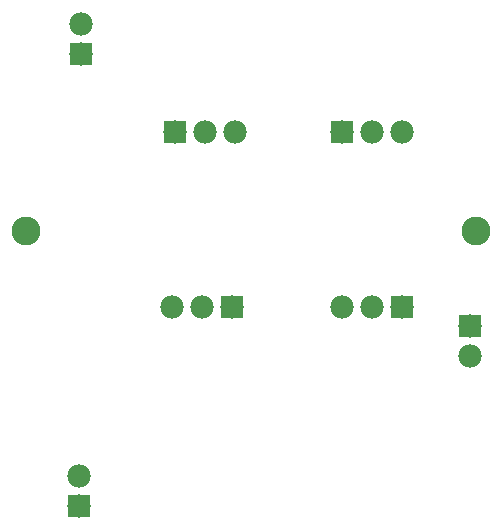
<source format=gbs>
G04 MADE WITH FRITZING*
G04 WWW.FRITZING.ORG*
G04 DOUBLE SIDED*
G04 HOLES PLATED*
G04 CONTOUR ON CENTER OF CONTOUR VECTOR*
%ASAXBY*%
%FSLAX23Y23*%
%MOIN*%
%OFA0B0*%
%SFA1.0B1.0*%
%ADD10C,0.096614*%
%ADD11C,0.077559*%
%ADD12R,0.077559X0.077559*%
%LNMASK0*%
G90*
G70*
G54D10*
X1609Y1150D03*
X109Y1150D03*
G54D11*
X1586Y834D03*
X1586Y734D03*
X1161Y1479D03*
X1261Y1479D03*
X1361Y1479D03*
X603Y1479D03*
X703Y1479D03*
X803Y1479D03*
X793Y898D03*
X693Y898D03*
X593Y898D03*
X1361Y898D03*
X1261Y898D03*
X1161Y898D03*
X291Y1741D03*
X291Y1841D03*
X284Y234D03*
X284Y334D03*
G54D12*
X1586Y834D03*
X1161Y1479D03*
X603Y1479D03*
X793Y898D03*
X1361Y898D03*
X291Y1741D03*
X284Y234D03*
G04 End of Mask0*
M02*
</source>
